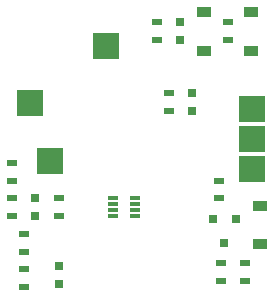
<source format=gts>
G04 #@! TF.FileFunction,Soldermask,Top*
%FSLAX46Y46*%
G04 Gerber Fmt 4.6, Leading zero omitted, Abs format (unit mm)*
G04 Created by KiCad (PCBNEW 4.0.4+e1-6308~48~ubuntu16.04.1-stable) date Thu Nov  3 23:15:19 2016*
%MOMM*%
%LPD*%
G01*
G04 APERTURE LIST*
%ADD10C,0.100000*%
%ADD11R,0.750000X0.800000*%
%ADD12R,1.220000X0.910000*%
%ADD13R,0.800100X0.800100*%
%ADD14R,0.900000X0.500000*%
%ADD15R,2.235200X2.235200*%
%ADD16R,0.850000X0.300000*%
G04 APERTURE END LIST*
D10*
D11*
X176000000Y-66250000D03*
X176000000Y-64750000D03*
X178000000Y-70500000D03*
X178000000Y-72000000D03*
X188275200Y-49851600D03*
X188275200Y-51351600D03*
X189275200Y-57351600D03*
X189275200Y-55851600D03*
D12*
X190275200Y-48966600D03*
X190275200Y-52236600D03*
X194275200Y-52236600D03*
X194275200Y-48966600D03*
X195000000Y-65365000D03*
X195000000Y-68635000D03*
D13*
X192950000Y-66499240D03*
X191050000Y-66499240D03*
X192000000Y-68498220D03*
D14*
X174000000Y-61750000D03*
X174000000Y-63250000D03*
X174000000Y-64750000D03*
X174000000Y-66250000D03*
X175000000Y-67750000D03*
X175000000Y-69250000D03*
X175000000Y-70750000D03*
X175000000Y-72250000D03*
X178000000Y-64750000D03*
X178000000Y-66250000D03*
X186275200Y-51351600D03*
X186275200Y-49851600D03*
X192275200Y-49851600D03*
X192275200Y-51351600D03*
X187275200Y-55851600D03*
X187275200Y-57351600D03*
X191500000Y-64750000D03*
X191500000Y-63250000D03*
X193750000Y-70250000D03*
X193750000Y-71750000D03*
X191750000Y-70250000D03*
X191750000Y-71750000D03*
D15*
X194360800Y-59690000D03*
X177241200Y-61620400D03*
X194360800Y-57150000D03*
X194360800Y-62230000D03*
D16*
X182550000Y-64750000D03*
X182550000Y-65250000D03*
X182550000Y-65750000D03*
X182550000Y-66250000D03*
X184450000Y-66250000D03*
X184450000Y-65750000D03*
X184450000Y-65250000D03*
X184450000Y-64750000D03*
D15*
X175550000Y-56700000D03*
X181950000Y-51850000D03*
M02*

</source>
